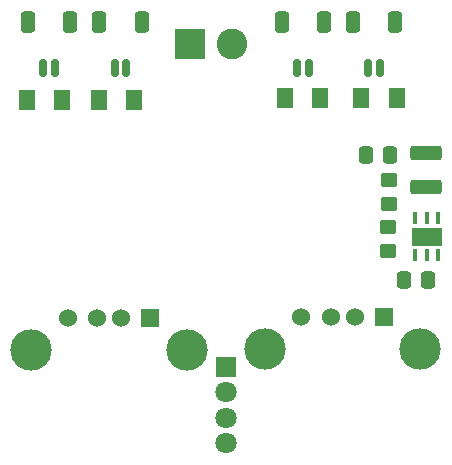
<source format=gbr>
%TF.GenerationSoftware,KiCad,Pcbnew,7.0.2*%
%TF.CreationDate,2023-05-17T08:13:23+02:00*%
%TF.ProjectId,5V DC Smart Socket,35562044-4320-4536-9d61-727420536f63,rev?*%
%TF.SameCoordinates,Original*%
%TF.FileFunction,Soldermask,Bot*%
%TF.FilePolarity,Negative*%
%FSLAX46Y46*%
G04 Gerber Fmt 4.6, Leading zero omitted, Abs format (unit mm)*
G04 Created by KiCad (PCBNEW 7.0.2) date 2023-05-17 08:13:23*
%MOMM*%
%LPD*%
G01*
G04 APERTURE LIST*
G04 Aperture macros list*
%AMRoundRect*
0 Rectangle with rounded corners*
0 $1 Rounding radius*
0 $2 $3 $4 $5 $6 $7 $8 $9 X,Y pos of 4 corners*
0 Add a 4 corners polygon primitive as box body*
4,1,4,$2,$3,$4,$5,$6,$7,$8,$9,$2,$3,0*
0 Add four circle primitives for the rounded corners*
1,1,$1+$1,$2,$3*
1,1,$1+$1,$4,$5*
1,1,$1+$1,$6,$7*
1,1,$1+$1,$8,$9*
0 Add four rect primitives between the rounded corners*
20,1,$1+$1,$2,$3,$4,$5,0*
20,1,$1+$1,$4,$5,$6,$7,0*
20,1,$1+$1,$6,$7,$8,$9,0*
20,1,$1+$1,$8,$9,$2,$3,0*%
G04 Aperture macros list end*
%ADD10RoundRect,0.250000X-0.450000X0.350000X-0.450000X-0.350000X0.450000X-0.350000X0.450000X0.350000X0*%
%ADD11RoundRect,0.150000X-0.150000X-0.625000X0.150000X-0.625000X0.150000X0.625000X-0.150000X0.625000X0*%
%ADD12RoundRect,0.250000X-0.350000X-0.650000X0.350000X-0.650000X0.350000X0.650000X-0.350000X0.650000X0*%
%ADD13R,1.524000X1.524000*%
%ADD14C,1.524000*%
%ADD15C,3.500000*%
%ADD16RoundRect,0.250000X0.337500X0.475000X-0.337500X0.475000X-0.337500X-0.475000X0.337500X-0.475000X0*%
%ADD17RoundRect,0.250001X0.462499X0.624999X-0.462499X0.624999X-0.462499X-0.624999X0.462499X-0.624999X0*%
%ADD18RoundRect,0.250000X-0.337500X-0.475000X0.337500X-0.475000X0.337500X0.475000X-0.337500X0.475000X0*%
%ADD19R,0.420000X1.100000*%
%ADD20R,2.500000X1.600000*%
%ADD21RoundRect,0.250000X-1.075000X0.375000X-1.075000X-0.375000X1.075000X-0.375000X1.075000X0.375000X0*%
%ADD22R,1.800000X1.800000*%
%ADD23C,1.800000*%
%ADD24R,2.600000X2.600000*%
%ADD25C,2.600000*%
G04 APERTURE END LIST*
D10*
%TO.C,AR1*%
X181652500Y-73650000D03*
X181652500Y-75650000D03*
%TD*%
D11*
%TO.C,SHJ1*%
X173930000Y-64135000D03*
X174930000Y-64135000D03*
D12*
X172630000Y-60260000D03*
X176230000Y-60260000D03*
%TD*%
D13*
%TO.C,REF\u002A\u002A*%
X161490000Y-85300000D03*
D14*
X158990000Y-85300000D03*
X156990000Y-85300000D03*
X154490000Y-85300000D03*
D15*
X164560000Y-88010000D03*
X151420000Y-88010000D03*
%TD*%
D11*
%TO.C,SHJ1*%
X158460000Y-64135000D03*
X159460000Y-64135000D03*
D12*
X157160000Y-60260000D03*
X160760000Y-60260000D03*
%TD*%
D10*
%TO.C,AR2*%
X181592500Y-77630000D03*
X181592500Y-79630000D03*
%TD*%
D16*
%TO.C,AC2*%
X185030000Y-82070000D03*
X182955000Y-82070000D03*
%TD*%
D17*
%TO.C,F1*%
X160075000Y-66910000D03*
X157100000Y-66910000D03*
%TD*%
D11*
%TO.C,SHJ1*%
X179940000Y-64140000D03*
X180940000Y-64140000D03*
D12*
X178640000Y-60265000D03*
X182240000Y-60265000D03*
%TD*%
D18*
%TO.C,AC1*%
X179705000Y-71510000D03*
X181780000Y-71510000D03*
%TD*%
D13*
%TO.C,REF\u002A\u002A*%
X181280000Y-85280000D03*
D14*
X178780000Y-85280000D03*
X176780000Y-85280000D03*
X174280000Y-85280000D03*
D15*
X184350000Y-87990000D03*
X171210000Y-87990000D03*
%TD*%
D17*
%TO.C,F1*%
X182337500Y-66730000D03*
X179362500Y-66730000D03*
%TD*%
D11*
%TO.C,SHJ1*%
X152400000Y-64125000D03*
X153400000Y-64125000D03*
D12*
X151100000Y-60250000D03*
X154700000Y-60250000D03*
%TD*%
D19*
%TO.C,AU1*%
X183932500Y-76870000D03*
X184882500Y-76870000D03*
X185832500Y-76880000D03*
X185832500Y-80020000D03*
X184882500Y-80010000D03*
X183932500Y-80020000D03*
D20*
X184882500Y-78440000D03*
%TD*%
D21*
%TO.C,AL1*%
X184830000Y-71400000D03*
X184830000Y-74200000D03*
%TD*%
D17*
%TO.C,F1*%
X154037500Y-66880000D03*
X151062500Y-66880000D03*
%TD*%
D22*
%TO.C,REF\u002A\u002A*%
X167910000Y-89460000D03*
D23*
X167910000Y-91619000D03*
X167910000Y-93778000D03*
X167910000Y-95937000D03*
%TD*%
D17*
%TO.C,F1*%
X175887500Y-66720000D03*
X172912500Y-66720000D03*
%TD*%
D24*
%TO.C,TEMPMX1*%
X164870000Y-62130000D03*
D25*
X168370000Y-62130000D03*
%TD*%
M02*

</source>
